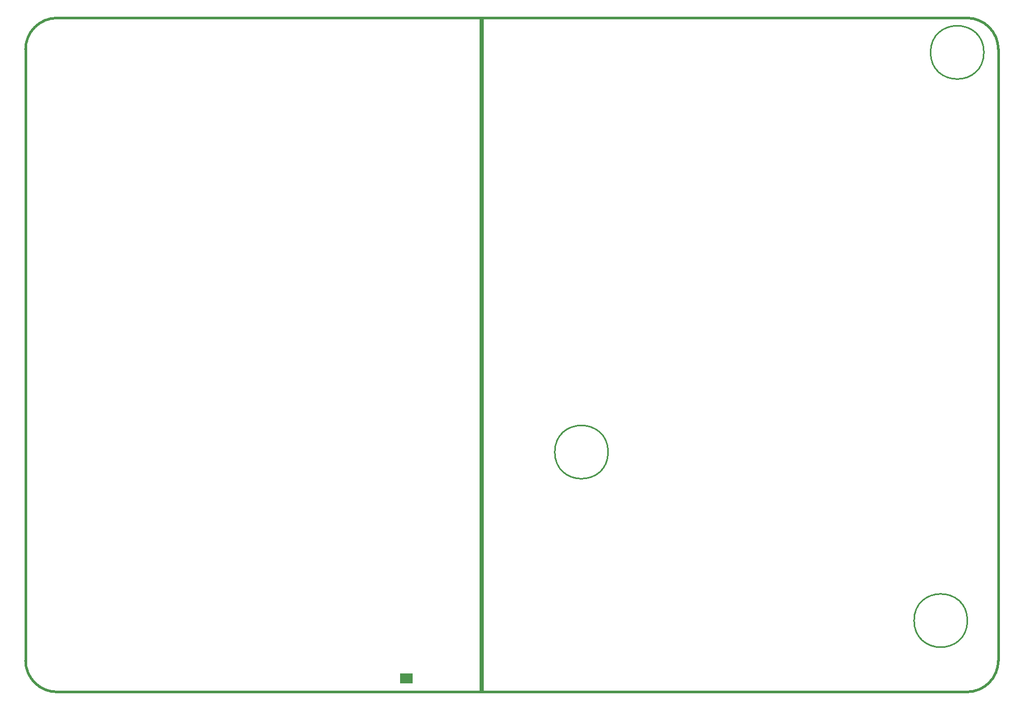
<source format=gko>
G04*
G04 #@! TF.GenerationSoftware,Altium Limited,Altium Designer,20.0.13 (296)*
G04*
G04 Layer_Color=16711935*
%FSTAX25Y25*%
%MOIN*%
G70*
G01*
G75*
%ADD15C,0.01000*%
%ADD118C,0.01500*%
%ADD193R,0.02500X4.29969*%
G36*
X0238955Y0012307D02*
X0246838D01*
Y0006D01*
X0238955D01*
Y0012307D01*
D02*
G37*
D15*
X03715Y01535D02*
G03*
X03715Y01535I-0017J0D01*
G01*
X06005Y0046D02*
G03*
X06005Y0046I-0017J0D01*
G01*
X0611Y04085D02*
G03*
X0611Y04085I-0017J0D01*
G01*
D118*
X0020193Y0430469D02*
G03*
X0000193Y0410468I0J-002D01*
G01*
X0620193D02*
G03*
X0600193Y0430469I-002J0D01*
G01*
Y0000469D02*
G03*
X0620193Y0020469I0J002D01*
G01*
X0000193D02*
G03*
X0020193Y0000469I002J0D01*
G01*
X0000193Y0020469D02*
Y0410468D01*
X0020193Y0430469D02*
X0600193D01*
X0620193Y0020469D02*
Y0410468D01*
X0020193Y0000469D02*
X0600193D01*
D193*
X029075Y0215484D02*
D03*
M02*

</source>
